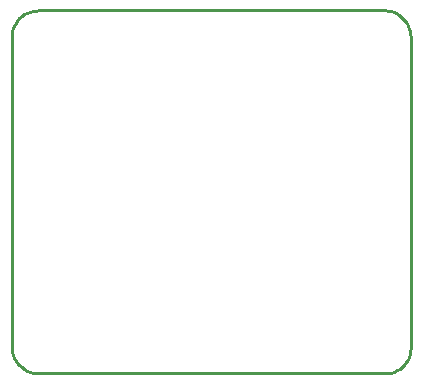
<source format=gm1>
G04*
G04 #@! TF.GenerationSoftware,Altium Limited,Altium Designer,21.2.1 (34)*
G04*
G04 Layer_Color=16711935*
%FSLAX25Y25*%
%MOIN*%
G70*
G04*
G04 #@! TF.SameCoordinates,71E93446-40B6-4EA7-87A3-0284B43E5C68*
G04*
G04*
G04 #@! TF.FilePolarity,Positive*
G04*
G01*
G75*
%ADD14C,0.01000*%
D14*
X124500Y1000D02*
X125525Y1062D01*
X126534Y1247D01*
X127514Y1552D01*
X128450Y1974D01*
X129329Y2505D01*
X130137Y3138D01*
X130862Y3864D01*
X131495Y4671D01*
X132026Y5550D01*
X132448Y6486D01*
X132753Y7466D01*
X132938Y8475D01*
X133000Y9500D01*
Y113000D02*
X132973Y113981D01*
X132836Y114953D01*
X132592Y115904D01*
X132242Y116821D01*
X131792Y117694D01*
X131247Y118510D01*
X130614Y119260D01*
X129901Y119935D01*
X129117Y120526D01*
X128272Y121025D01*
X127376Y121426D01*
X126441Y121725D01*
X125478Y121917D01*
X124500Y122000D01*
X9000D02*
X7992Y121943D01*
X6997Y121774D01*
X6027Y121495D01*
X5095Y121109D01*
X4212Y120621D01*
X3389Y120036D01*
X2636Y119364D01*
X1963Y118611D01*
X1379Y117788D01*
X891Y116905D01*
X505Y115972D01*
X226Y115003D01*
X57Y114008D01*
X0Y113000D01*
Y10000D02*
X57Y8992D01*
X226Y7997D01*
X505Y7028D01*
X891Y6095D01*
X1379Y5212D01*
X1963Y4389D01*
X2636Y3636D01*
X3389Y2963D01*
X4212Y2379D01*
X5095Y1891D01*
X6027Y1505D01*
X6997Y1226D01*
X7992Y1057D01*
X9000Y1000D01*
X0Y10000D02*
Y113000D01*
X9000Y122000D02*
X124500D01*
X133000Y9500D02*
Y113000D01*
X9000Y1000D02*
X124500D01*
M02*

</source>
